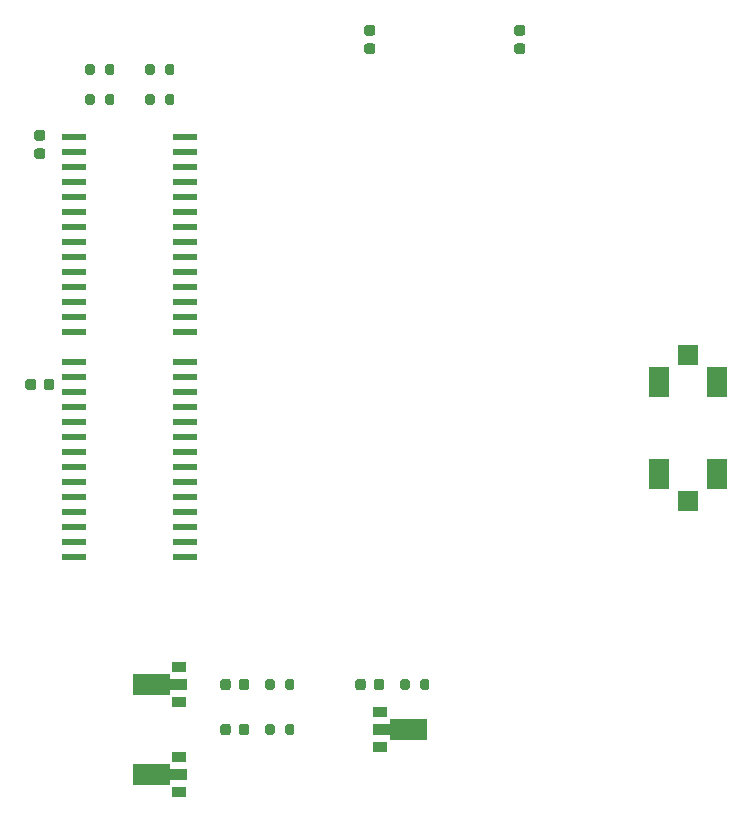
<source format=gtp>
G04 #@! TF.GenerationSoftware,KiCad,Pcbnew,(5.1.10)-1*
G04 #@! TF.CreationDate,2021-12-04T11:06:55-08:00*
G04 #@! TF.ProjectId,fuelCellControl,6675656c-4365-46c6-9c43-6f6e74726f6c,rev?*
G04 #@! TF.SameCoordinates,Original*
G04 #@! TF.FileFunction,Paste,Top*
G04 #@! TF.FilePolarity,Positive*
%FSLAX46Y46*%
G04 Gerber Fmt 4.6, Leading zero omitted, Abs format (unit mm)*
G04 Created by KiCad (PCBNEW (5.1.10)-1) date 2021-12-04 11:06:55*
%MOMM*%
%LPD*%
G01*
G04 APERTURE LIST*
%ADD10C,0.100000*%
%ADD11R,1.300000X0.900000*%
%ADD12R,2.000000X0.600000*%
%ADD13R,1.700000X1.700000*%
%ADD14R,1.700000X2.660000*%
G04 APERTURE END LIST*
D10*
G36*
X124220000Y-125326500D02*
G01*
X121095000Y-125326500D01*
X121095000Y-124910000D01*
X119620000Y-124910000D01*
X119620000Y-124010000D01*
X121095000Y-124010000D01*
X121095000Y-123593500D01*
X124220000Y-123593500D01*
X124220000Y-125326500D01*
G37*
D11*
X120270000Y-125960000D03*
X120270000Y-122960000D03*
D10*
G36*
X99300000Y-127403500D02*
G01*
X102425000Y-127403500D01*
X102425000Y-127820000D01*
X103900000Y-127820000D01*
X103900000Y-128720000D01*
X102425000Y-128720000D01*
X102425000Y-129136500D01*
X99300000Y-129136500D01*
X99300000Y-127403500D01*
G37*
D11*
X103250000Y-126770000D03*
X103250000Y-129770000D03*
D10*
G36*
X99300000Y-119783500D02*
G01*
X102425000Y-119783500D01*
X102425000Y-120200000D01*
X103900000Y-120200000D01*
X103900000Y-121100000D01*
X102425000Y-121100000D01*
X102425000Y-121516500D01*
X99300000Y-121516500D01*
X99300000Y-119783500D01*
G37*
D11*
X103250000Y-119150000D03*
X103250000Y-122150000D03*
G36*
G01*
X123615000Y-120925000D02*
X123615000Y-120375000D01*
G75*
G02*
X123815000Y-120175000I200000J0D01*
G01*
X124215000Y-120175000D01*
G75*
G02*
X124415000Y-120375000I0J-200000D01*
G01*
X124415000Y-120925000D01*
G75*
G02*
X124215000Y-121125000I-200000J0D01*
G01*
X123815000Y-121125000D01*
G75*
G02*
X123615000Y-120925000I0J200000D01*
G01*
G37*
G36*
G01*
X121965000Y-120925000D02*
X121965000Y-120375000D01*
G75*
G02*
X122165000Y-120175000I200000J0D01*
G01*
X122565000Y-120175000D01*
G75*
G02*
X122765000Y-120375000I0J-200000D01*
G01*
X122765000Y-120925000D01*
G75*
G02*
X122565000Y-121125000I-200000J0D01*
G01*
X122165000Y-121125000D01*
G75*
G02*
X121965000Y-120925000I0J200000D01*
G01*
G37*
G36*
G01*
X112185000Y-124735000D02*
X112185000Y-124185000D01*
G75*
G02*
X112385000Y-123985000I200000J0D01*
G01*
X112785000Y-123985000D01*
G75*
G02*
X112985000Y-124185000I0J-200000D01*
G01*
X112985000Y-124735000D01*
G75*
G02*
X112785000Y-124935000I-200000J0D01*
G01*
X112385000Y-124935000D01*
G75*
G02*
X112185000Y-124735000I0J200000D01*
G01*
G37*
G36*
G01*
X110535000Y-124735000D02*
X110535000Y-124185000D01*
G75*
G02*
X110735000Y-123985000I200000J0D01*
G01*
X111135000Y-123985000D01*
G75*
G02*
X111335000Y-124185000I0J-200000D01*
G01*
X111335000Y-124735000D01*
G75*
G02*
X111135000Y-124935000I-200000J0D01*
G01*
X110735000Y-124935000D01*
G75*
G02*
X110535000Y-124735000I0J200000D01*
G01*
G37*
G36*
G01*
X112185000Y-120925000D02*
X112185000Y-120375000D01*
G75*
G02*
X112385000Y-120175000I200000J0D01*
G01*
X112785000Y-120175000D01*
G75*
G02*
X112985000Y-120375000I0J-200000D01*
G01*
X112985000Y-120925000D01*
G75*
G02*
X112785000Y-121125000I-200000J0D01*
G01*
X112385000Y-121125000D01*
G75*
G02*
X112185000Y-120925000I0J200000D01*
G01*
G37*
G36*
G01*
X110535000Y-120925000D02*
X110535000Y-120375000D01*
G75*
G02*
X110735000Y-120175000I200000J0D01*
G01*
X111135000Y-120175000D01*
G75*
G02*
X111335000Y-120375000I0J-200000D01*
G01*
X111335000Y-120925000D01*
G75*
G02*
X111135000Y-121125000I-200000J0D01*
G01*
X110735000Y-121125000D01*
G75*
G02*
X110535000Y-120925000I0J200000D01*
G01*
G37*
G36*
G01*
X119730000Y-120906250D02*
X119730000Y-120393750D01*
G75*
G02*
X119948750Y-120175000I218750J0D01*
G01*
X120386250Y-120175000D01*
G75*
G02*
X120605000Y-120393750I0J-218750D01*
G01*
X120605000Y-120906250D01*
G75*
G02*
X120386250Y-121125000I-218750J0D01*
G01*
X119948750Y-121125000D01*
G75*
G02*
X119730000Y-120906250I0J218750D01*
G01*
G37*
G36*
G01*
X118155000Y-120906250D02*
X118155000Y-120393750D01*
G75*
G02*
X118373750Y-120175000I218750J0D01*
G01*
X118811250Y-120175000D01*
G75*
G02*
X119030000Y-120393750I0J-218750D01*
G01*
X119030000Y-120906250D01*
G75*
G02*
X118811250Y-121125000I-218750J0D01*
G01*
X118373750Y-121125000D01*
G75*
G02*
X118155000Y-120906250I0J218750D01*
G01*
G37*
G36*
G01*
X108300000Y-124716250D02*
X108300000Y-124203750D01*
G75*
G02*
X108518750Y-123985000I218750J0D01*
G01*
X108956250Y-123985000D01*
G75*
G02*
X109175000Y-124203750I0J-218750D01*
G01*
X109175000Y-124716250D01*
G75*
G02*
X108956250Y-124935000I-218750J0D01*
G01*
X108518750Y-124935000D01*
G75*
G02*
X108300000Y-124716250I0J218750D01*
G01*
G37*
G36*
G01*
X106725000Y-124716250D02*
X106725000Y-124203750D01*
G75*
G02*
X106943750Y-123985000I218750J0D01*
G01*
X107381250Y-123985000D01*
G75*
G02*
X107600000Y-124203750I0J-218750D01*
G01*
X107600000Y-124716250D01*
G75*
G02*
X107381250Y-124935000I-218750J0D01*
G01*
X106943750Y-124935000D01*
G75*
G02*
X106725000Y-124716250I0J218750D01*
G01*
G37*
G36*
G01*
X108300000Y-120906250D02*
X108300000Y-120393750D01*
G75*
G02*
X108518750Y-120175000I218750J0D01*
G01*
X108956250Y-120175000D01*
G75*
G02*
X109175000Y-120393750I0J-218750D01*
G01*
X109175000Y-120906250D01*
G75*
G02*
X108956250Y-121125000I-218750J0D01*
G01*
X108518750Y-121125000D01*
G75*
G02*
X108300000Y-120906250I0J218750D01*
G01*
G37*
G36*
G01*
X106725000Y-120906250D02*
X106725000Y-120393750D01*
G75*
G02*
X106943750Y-120175000I218750J0D01*
G01*
X107381250Y-120175000D01*
G75*
G02*
X107600000Y-120393750I0J-218750D01*
G01*
X107600000Y-120906250D01*
G75*
G02*
X107381250Y-121125000I-218750J0D01*
G01*
X106943750Y-121125000D01*
G75*
G02*
X106725000Y-120906250I0J218750D01*
G01*
G37*
G36*
G01*
X102025000Y-68855000D02*
X102025000Y-68305000D01*
G75*
G02*
X102225000Y-68105000I200000J0D01*
G01*
X102625000Y-68105000D01*
G75*
G02*
X102825000Y-68305000I0J-200000D01*
G01*
X102825000Y-68855000D01*
G75*
G02*
X102625000Y-69055000I-200000J0D01*
G01*
X102225000Y-69055000D01*
G75*
G02*
X102025000Y-68855000I0J200000D01*
G01*
G37*
G36*
G01*
X100375000Y-68855000D02*
X100375000Y-68305000D01*
G75*
G02*
X100575000Y-68105000I200000J0D01*
G01*
X100975000Y-68105000D01*
G75*
G02*
X101175000Y-68305000I0J-200000D01*
G01*
X101175000Y-68855000D01*
G75*
G02*
X100975000Y-69055000I-200000J0D01*
G01*
X100575000Y-69055000D01*
G75*
G02*
X100375000Y-68855000I0J200000D01*
G01*
G37*
G36*
G01*
X101175000Y-70845000D02*
X101175000Y-71395000D01*
G75*
G02*
X100975000Y-71595000I-200000J0D01*
G01*
X100575000Y-71595000D01*
G75*
G02*
X100375000Y-71395000I0J200000D01*
G01*
X100375000Y-70845000D01*
G75*
G02*
X100575000Y-70645000I200000J0D01*
G01*
X100975000Y-70645000D01*
G75*
G02*
X101175000Y-70845000I0J-200000D01*
G01*
G37*
G36*
G01*
X102825000Y-70845000D02*
X102825000Y-71395000D01*
G75*
G02*
X102625000Y-71595000I-200000J0D01*
G01*
X102225000Y-71595000D01*
G75*
G02*
X102025000Y-71395000I0J200000D01*
G01*
X102025000Y-70845000D01*
G75*
G02*
X102225000Y-70645000I200000J0D01*
G01*
X102625000Y-70645000D01*
G75*
G02*
X102825000Y-70845000I0J-200000D01*
G01*
G37*
G36*
G01*
X96945000Y-68855000D02*
X96945000Y-68305000D01*
G75*
G02*
X97145000Y-68105000I200000J0D01*
G01*
X97545000Y-68105000D01*
G75*
G02*
X97745000Y-68305000I0J-200000D01*
G01*
X97745000Y-68855000D01*
G75*
G02*
X97545000Y-69055000I-200000J0D01*
G01*
X97145000Y-69055000D01*
G75*
G02*
X96945000Y-68855000I0J200000D01*
G01*
G37*
G36*
G01*
X95295000Y-68855000D02*
X95295000Y-68305000D01*
G75*
G02*
X95495000Y-68105000I200000J0D01*
G01*
X95895000Y-68105000D01*
G75*
G02*
X96095000Y-68305000I0J-200000D01*
G01*
X96095000Y-68855000D01*
G75*
G02*
X95895000Y-69055000I-200000J0D01*
G01*
X95495000Y-69055000D01*
G75*
G02*
X95295000Y-68855000I0J200000D01*
G01*
G37*
G36*
G01*
X96945000Y-71395000D02*
X96945000Y-70845000D01*
G75*
G02*
X97145000Y-70645000I200000J0D01*
G01*
X97545000Y-70645000D01*
G75*
G02*
X97745000Y-70845000I0J-200000D01*
G01*
X97745000Y-71395000D01*
G75*
G02*
X97545000Y-71595000I-200000J0D01*
G01*
X97145000Y-71595000D01*
G75*
G02*
X96945000Y-71395000I0J200000D01*
G01*
G37*
G36*
G01*
X95295000Y-71395000D02*
X95295000Y-70845000D01*
G75*
G02*
X95495000Y-70645000I200000J0D01*
G01*
X95895000Y-70645000D01*
G75*
G02*
X96095000Y-70845000I0J-200000D01*
G01*
X96095000Y-71395000D01*
G75*
G02*
X95895000Y-71595000I-200000J0D01*
G01*
X95495000Y-71595000D01*
G75*
G02*
X95295000Y-71395000I0J200000D01*
G01*
G37*
G36*
G01*
X91115000Y-95000000D02*
X91115000Y-95500000D01*
G75*
G02*
X90890000Y-95725000I-225000J0D01*
G01*
X90440000Y-95725000D01*
G75*
G02*
X90215000Y-95500000I0J225000D01*
G01*
X90215000Y-95000000D01*
G75*
G02*
X90440000Y-94775000I225000J0D01*
G01*
X90890000Y-94775000D01*
G75*
G02*
X91115000Y-95000000I0J-225000D01*
G01*
G37*
G36*
G01*
X92665000Y-95000000D02*
X92665000Y-95500000D01*
G75*
G02*
X92440000Y-95725000I-225000J0D01*
G01*
X91990000Y-95725000D01*
G75*
G02*
X91765000Y-95500000I0J225000D01*
G01*
X91765000Y-95000000D01*
G75*
G02*
X91990000Y-94775000I225000J0D01*
G01*
X92440000Y-94775000D01*
G75*
G02*
X92665000Y-95000000I0J-225000D01*
G01*
G37*
G36*
G01*
X91690000Y-74605000D02*
X91190000Y-74605000D01*
G75*
G02*
X90965000Y-74380000I0J225000D01*
G01*
X90965000Y-73930000D01*
G75*
G02*
X91190000Y-73705000I225000J0D01*
G01*
X91690000Y-73705000D01*
G75*
G02*
X91915000Y-73930000I0J-225000D01*
G01*
X91915000Y-74380000D01*
G75*
G02*
X91690000Y-74605000I-225000J0D01*
G01*
G37*
G36*
G01*
X91690000Y-76155000D02*
X91190000Y-76155000D01*
G75*
G02*
X90965000Y-75930000I0J225000D01*
G01*
X90965000Y-75480000D01*
G75*
G02*
X91190000Y-75255000I225000J0D01*
G01*
X91690000Y-75255000D01*
G75*
G02*
X91915000Y-75480000I0J-225000D01*
G01*
X91915000Y-75930000D01*
G75*
G02*
X91690000Y-76155000I-225000J0D01*
G01*
G37*
G36*
G01*
X119630000Y-65715000D02*
X119130000Y-65715000D01*
G75*
G02*
X118905000Y-65490000I0J225000D01*
G01*
X118905000Y-65040000D01*
G75*
G02*
X119130000Y-64815000I225000J0D01*
G01*
X119630000Y-64815000D01*
G75*
G02*
X119855000Y-65040000I0J-225000D01*
G01*
X119855000Y-65490000D01*
G75*
G02*
X119630000Y-65715000I-225000J0D01*
G01*
G37*
G36*
G01*
X119630000Y-67265000D02*
X119130000Y-67265000D01*
G75*
G02*
X118905000Y-67040000I0J225000D01*
G01*
X118905000Y-66590000D01*
G75*
G02*
X119130000Y-66365000I225000J0D01*
G01*
X119630000Y-66365000D01*
G75*
G02*
X119855000Y-66590000I0J-225000D01*
G01*
X119855000Y-67040000D01*
G75*
G02*
X119630000Y-67265000I-225000J0D01*
G01*
G37*
G36*
G01*
X132330000Y-65715000D02*
X131830000Y-65715000D01*
G75*
G02*
X131605000Y-65490000I0J225000D01*
G01*
X131605000Y-65040000D01*
G75*
G02*
X131830000Y-64815000I225000J0D01*
G01*
X132330000Y-64815000D01*
G75*
G02*
X132555000Y-65040000I0J-225000D01*
G01*
X132555000Y-65490000D01*
G75*
G02*
X132330000Y-65715000I-225000J0D01*
G01*
G37*
G36*
G01*
X132330000Y-67265000D02*
X131830000Y-67265000D01*
G75*
G02*
X131605000Y-67040000I0J225000D01*
G01*
X131605000Y-66590000D01*
G75*
G02*
X131830000Y-66365000I225000J0D01*
G01*
X132330000Y-66365000D01*
G75*
G02*
X132555000Y-66590000I0J-225000D01*
G01*
X132555000Y-67040000D01*
G75*
G02*
X132330000Y-67265000I-225000J0D01*
G01*
G37*
D12*
X103760000Y-74295000D03*
X103760000Y-75565000D03*
X103760000Y-76835000D03*
X103760000Y-78105000D03*
X103760000Y-79375000D03*
X103760000Y-80645000D03*
X103760000Y-81915000D03*
X103760000Y-83185000D03*
X103760000Y-84455000D03*
X103760000Y-85725000D03*
X103760000Y-86995000D03*
X103760000Y-88265000D03*
X103760000Y-89535000D03*
X103760000Y-90805000D03*
X94360000Y-90805000D03*
X94360000Y-89535000D03*
X94360000Y-88265000D03*
X94360000Y-86995000D03*
X94360000Y-85725000D03*
X94360000Y-84455000D03*
X94360000Y-83185000D03*
X94360000Y-81915000D03*
X94360000Y-80645000D03*
X94360000Y-79375000D03*
X94360000Y-78105000D03*
X94360000Y-76835000D03*
X94360000Y-75565000D03*
X94360000Y-74295000D03*
X103760000Y-93345000D03*
X103760000Y-94615000D03*
X103760000Y-95885000D03*
X103760000Y-97155000D03*
X103760000Y-98425000D03*
X103760000Y-99695000D03*
X103760000Y-100965000D03*
X103760000Y-102235000D03*
X103760000Y-103505000D03*
X103760000Y-104775000D03*
X103760000Y-106045000D03*
X103760000Y-107315000D03*
X103760000Y-108585000D03*
X103760000Y-109855000D03*
X94360000Y-109855000D03*
X94360000Y-108585000D03*
X94360000Y-107315000D03*
X94360000Y-106045000D03*
X94360000Y-104775000D03*
X94360000Y-103505000D03*
X94360000Y-102235000D03*
X94360000Y-100965000D03*
X94360000Y-99695000D03*
X94360000Y-98425000D03*
X94360000Y-97155000D03*
X94360000Y-95885000D03*
X94360000Y-94615000D03*
X94360000Y-93345000D03*
D13*
X146304000Y-92729000D03*
D14*
X143854000Y-95019000D03*
X148754000Y-95019000D03*
X143854000Y-102847000D03*
X148754000Y-102847000D03*
D13*
X146304000Y-105137000D03*
M02*

</source>
